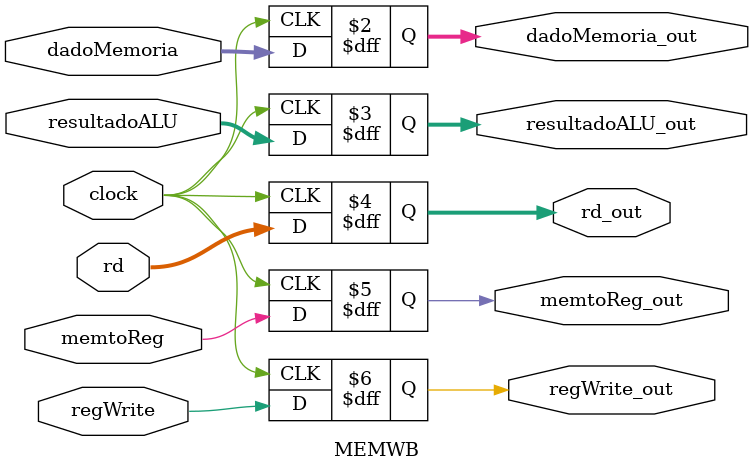
<source format=v>
module MEMWB(clock, dadoMemoria, resultadoALU, rd, memtoReg, regWrite, dadoMemoria_out, resultadoALU_out, rd_out, memtoReg_out, regWrite_out);

    input clock;

    input [31:0] dadoMemoria;
    input [31:0] resultadoALU;
    input [4:0] rd;
    input memtoReg;
    input regWrite;

    output reg [31:0] dadoMemoria_out;
    output reg [31:0] resultadoALU_out;
    output reg [4:0] rd_out;
    output reg memtoReg_out;
    output reg regWrite_out;

    always @(negedge clock)begin
        dadoMemoria_out = dadoMemoria;
        resultadoALU_out = resultadoALU;
        rd_out = rd;
        memtoReg_out = memtoReg;
        regWrite_out = regWrite;
    end
endmodule
</source>
